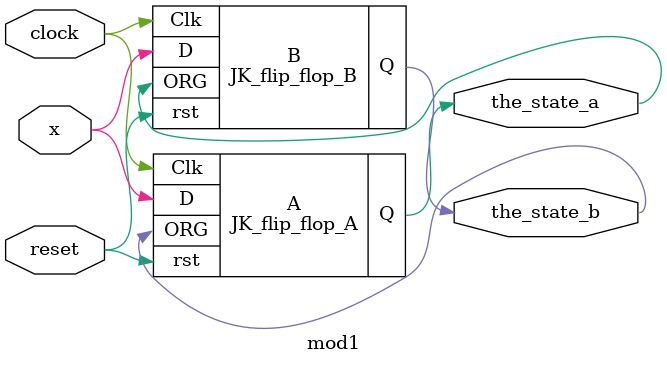
<source format=v>
`timescale 1ns / 1ps
module Q1 (output reg [1:0]state,input x , clock, reset);
	reg [1:0]next_state;
	parameter S0 = 2'b00, S1 = 2'b01 ,S2 = 2'b10 ,S3 = 2'b11;
	always @ (posedge clock, negedge reset) // state transition
		if (reset == 0) state <= S0;
		else state <= next_state;
	always @ (state , x) // Form the next state
		case (state)
			S0: 	if (x) next_state = S0;
					else next_state = S1;
			S1: 	if (x) next_state = S2;
					else next_state = S3;
			S2: 	if (x) next_state = S2;
					else next_state = S3;
			S3: 	if (x) next_state = S3;
					else next_state = S0;
		endcase
endmodule



module JK_flip_flop_A (Q, ORG, D, Clk, rst);
	output Q;
	input D, ORG,Clk, rst;
	reg Q;
	always @ (posedge Clk, negedge rst )
		if (rst == 0) Q <= 1'b0;
		else Q <= (ORG&(~Q))|((~ORG)&Q)|(D&Q);
endmodule

module JK_flip_flop_B (Q, ORG, D, Clk, rst);
	output Q;
	input D, ORG,Clk, rst;
	reg Q;
	always @ (posedge Clk, negedge rst )
		if (rst == 0) Q <= 1'b0;
		else Q <= ((~D)&(~Q))|((~D)&(~ORG)&(Q))|(D&ORG&Q);
endmodule

module mod1(output the_state_a , output the_state_b , input x , input clock ,input reset);
	JK_flip_flop_A A(the_state_a,the_state_b,x,clock,reset);
	JK_flip_flop_B B(the_state_b,the_state_a,x,clock,reset);

endmodule
</source>
